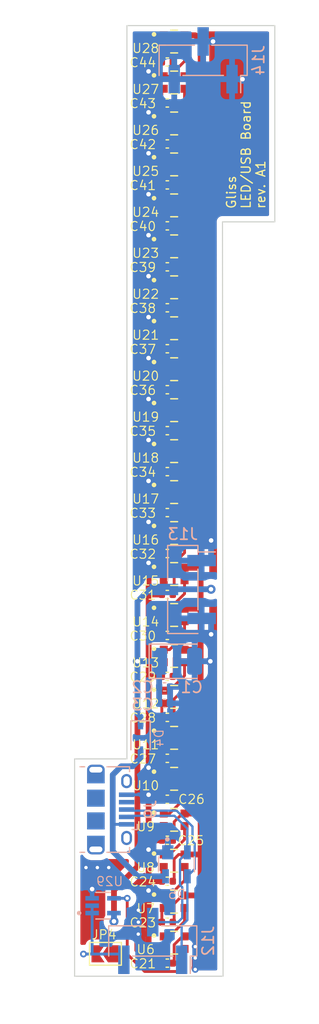
<source format=kicad_pcb>
(kicad_pcb (version 20221018) (generator pcbnew)
  (layers (0 "F.Cu" signal) (31 "B.Cu" signal) (34 "B.Paste" user) (35 "F.Paste" user) (36 "B.SilkS" user "B.Silkscreen") (37 "F.SilkS" user "F.Silkscreen") (38 "B.Mask" user) (39 "F.Mask" user) (44 "Edge.Cuts" user))
  (net 0 "")
  (net 1 "/5V_SUPPLY")
  (net 2 "GND")
  (net 3 "Net-(U6-Pad1)")
  (net 4 "/SPI_MOSI")
  (net 5 "/led_board/SO")
  (net 6 "/USB_D_P")
  (net 7 "Net-(U7-Pad1)")
  (net 8 "Net-(U8-Pad1)")
  (net 9 "Net-(U10-Pad3)")
  (net 10 "Net-(U10-Pad1)")
  (net 11 "Net-(U11-Pad1)")
  (net 12 "Net-(U12-Pad1)")
  (net 13 "Net-(U13-Pad1)")
  (net 14 "Net-(U14-Pad1)")
  (net 15 "Net-(U15-Pad1)")
  (net 16 "Net-(U16-Pad1)")
  (net 17 "Net-(U17-Pad1)")
  (net 18 "Net-(U18-Pad1)")
  (net 19 "Net-(U19-Pad1)")
  (net 20 "Net-(U20-Pad1)")
  (net 21 "Net-(U21-Pad1)")
  (net 22 "Net-(U22-Pad1)")
  (net 23 "Net-(U23-Pad1)")
  (net 24 "Net-(U24-Pad1)")
  (net 25 "Net-(U25-Pad1)")
  (net 26 "Net-(U26-Pad1)")
  (net 27 "Net-(U27-Pad1)")
  (net 28 "/USB_D_N")
  (net 32 "/led_board/VBUS")
  (footprint "Capacitor_SMD:C_0402_1005Metric" (layer "F.Cu") (at 145.1748 80.2314 180)
    (fp_text reference "C37")
    (fp_text value "100nF")
  )
  (footprint "Gliss:LED_WS2812-2020" (layer "F.Cu") (at 145.7748 64.0314)
    (fp_text reference "U25")
    (fp_text value "WS2812-2020")
  )
  (footprint "Capacitor_SMD:C_0402_1005Metric" (layer "F.Cu") (at 145.1748 123.4314 180)
    (fp_text reference "C25")
    (fp_text value "100nF")
  )
  (footprint "Capacitor_SMD:C_0402_1005Metric" (layer "F.Cu") (at 145.1748 83.8314 180)
    (fp_text reference "C36")
    (fp_text value "100nF")
  )
  (footprint "Gliss:LED_WS2812-2020" (layer "F.Cu") (at 145.7748 110.8314)
    (fp_text reference "U12")
    (fp_text value "WS2812-2020")
  )
  (footprint "Capacitor_SMD:C_0402_1005Metric" (layer "F.Cu") (at 145.1748 130.6314 180)
    (fp_text reference "C23")
    (fp_text value "100nF")
  )
  (footprint "Capacitor_SMD:C_0402_1005Metric" (layer "F.Cu") (at 145.1748 65.8314 180)
    (fp_text reference "C41")
    (fp_text value "100nF")
  )
  (footprint "Capacitor_SMD:C_0402_1005Metric" (layer "F.Cu") (at 145.1748 134.2314 180)
    (fp_text reference "C21")
    (fp_text value "100nF")
  )
  (footprint "Capacitor_SMD:C_0402_1005Metric" (layer "F.Cu") (at 145.1748 58.6314 180)
    (fp_text reference "C43")
    (fp_text value "100nF")
  )
  (footprint "Gliss:LED_WS2812-2020" (layer "F.Cu") (at 145.7748 121.6314)
    (fp_text reference "U9")
    (fp_text value "WS2812-2020")
  )
  (footprint "Capacitor_SMD:C_0402_1005Metric" (layer "F.Cu") (at 145.1748 73.0314 180)
    (fp_text reference "C39")
    (fp_text value "100nF")
  )
  (footprint "Gliss:LED_WS2812-2020" (layer "F.Cu") (at 145.7748 128.8314)
    (fp_text reference "U7")
    (fp_text value "WS2812-2020")
  )
  (footprint "Capacitor_SMD:C_0402_1005Metric" (layer "F.Cu") (at 145.1748 62.2314 180)
    (fp_text reference "C42")
    (fp_text value "100nF")
  )
  (footprint "Gliss:LED_WS2812-2020" (layer "F.Cu") (at 145.7748 107.2314)
    (fp_text reference "U13")
    (fp_text value "WS2812-2020")
  )
  (footprint "Gliss:LED_WS2812-2020" (layer "F.Cu") (at 145.7748 103.6314)
    (fp_text reference "U14")
    (fp_text value "WS2812-2020")
  )
  (footprint "Gliss:LED_WS2812-2020" (layer "F.Cu") (at 145.7748 96.4314)
    (fp_text reference "U16")
    (fp_text value "WS2812-2020")
  )
  (footprint "Gliss:LED_WS2812-2020" (layer "F.Cu") (at 145.7748 89.2314)
    (fp_text reference "U18")
    (fp_text value "WS2812-2020")
  )
  (footprint "Capacitor_SMD:C_0402_1005Metric" (layer "F.Cu") (at 145.1748 109.0314 180)
    (fp_text reference "C29")
    (fp_text value "100nF")
  )
  (footprint "Gliss:LED_WS2812-2020" (layer "F.Cu") (at 145.7748 71.2314)
    (fp_text reference "U23")
    (fp_text value "WS2812-2020")
  )
  (footprint "Capacitor_SMD:C_0402_1005Metric" (layer "F.Cu") (at 145.1748 105.4314 180)
    (fp_text reference "C30")
    (fp_text value "100nF")
  )
  (footprint "Gliss:LED_WS2812-2020" (layer "F.Cu") (at 145.7748 118.0314)
    (fp_text reference "U10")
    (fp_text value "WS2812-2020")
  )
  (footprint "Capacitor_SMD:C_0402_1005Metric" (layer "F.Cu") (at 145.1748 55.0314 180)
    (fp_text reference "C44")
    (fp_text value "100nF")
  )
  (footprint "Capacitor_SMD:C_0402_1005Metric" (layer "F.Cu") (at 145.1748 94.6314 180)
    (fp_text reference "C33")
    (fp_text value "100nF")
  )
  (footprint "Capacitor_SMD:C_0402_1005Metric" (layer "F.Cu") (at 145.1748 119.8314 180)
    (fp_text reference "C26")
    (fp_text value "100nF")
  )
  (footprint "Jumper:SolderJumper-2_P1.3mm_Open_TrianglePad1.0x1.5mm" (layer "F.Cu") (at 139.7348 133.4114 180)
    (fp_text reference "JP4")
    (fp_text value "SolderJumper_2_Bridged")
  )
  (footprint "Gliss:LED_WS2812-2020" (layer "F.Cu") (at 145.7748 78.4314)
    (fp_text reference "U21")
    (fp_text value "WS2812-2020")
  )
  (footprint "Capacitor_SMD:C_0402_1005Metric" (layer "F.Cu") (at 145.1748 101.8314 180)
    (fp_text reference "C31")
    (fp_text value "100nF")
  )
  (footprint "Gliss:LED_WS2812-2020" (layer "F.Cu") (at 145.7748 74.8314)
    (fp_text reference "U22")
    (fp_text value "WS2812-2020")
  )
  (footprint "Capacitor_SMD:C_0402_1005Metric" (layer "F.Cu") (at 145.1748 127.0314 180)
    (fp_text reference "C24")
    (fp_text value "100nF")
  )
  (footprint "Capacitor_SMD:C_0402_1005Metric" (layer "F.Cu") (at 145.1748 76.6314 180)
    (fp_text reference "C38")
    (fp_text value "100nF")
  )
  (footprint "Gliss:LED_WS2812-2020" (layer "F.Cu") (at 145.7748 114.4314)
    (fp_text reference "U11")
    (fp_text value "WS2812-2020")
  )
  (footprint "Gliss:LED_WS2812-2020" (layer "F.Cu") (at 145.7748 132.4314)
    (fp_text reference "U6")
    (fp_text value "WS2812-2020")
  )
  (footprint "Capacitor_SMD:C_0402_1005Metric" (layer "F.Cu") (at 145.1748 112.6314 180)
    (fp_text reference "C28")
    (fp_text value "100nF")
  )
  (footprint "Gliss:LED_WS2812-2020" (layer "F.Cu") (at 145.7748 53.2314)
    (fp_text reference "U28")
    (fp_text value "WS2812-2020")
  )
  (footprint "Capacitor_SMD:C_0402_1005Metric" (layer "F.Cu") (at 145.1748 116.2314 180)
    (fp_text reference "C27")
    (fp_text value "100nF")
  )
  (footprint "Capacitor_SMD:C_0402_1005Metric" (layer "F.Cu") (at 145.1748 91.0314 180)
    (fp_text reference "C34")
    (fp_text value "100nF")
  )
  (footprint "Gliss:LED_WS2812-2020" (layer "F.Cu") (at 145.7748 67.6314)
    (fp_text reference "U24")
    (fp_text value "WS2812-2020")
  )
  (footprint "Capacitor_SMD:C_0402_1005Metric" (layer "F.Cu") (at 145.1748 87.4314 180)
    (fp_text reference "C35")
    (fp_text value "100nF")
  )
  (footprint "Capacitor_SMD:C_0402_1005Metric" (layer "F.Cu") (at 145.1748 69.4314 180)
    (fp_text reference "C40")
    (fp_text value "100nF")
  )
  (footprint "Gliss:LED_WS2812-2020" (layer "F.Cu") (at 145.7748 60.4314)
    (fp_text reference "U26")
    (fp_text value "WS2812-2020")
  )
  (footprint "Gliss:LED_WS2812-2020" (layer "F.Cu") (at 145.7748 85.6314)
    (fp_text reference "U19")
    (fp_text value "WS2812-2020")
  )
  (footprint "Gliss:LED_WS2812-2020" (layer "F.Cu") (at 145.7748 56.8314)
    (fp_text reference "U27")
    (fp_text value "WS2812-2020")
  )
  (footprint "Gliss:LED_WS2812-2020" (layer "F.Cu") (at 145.7748 100.0314)
    (fp_text reference "U15")
    (fp_text value "WS2812-2020")
  )
  (footprint "Gliss:LED_WS2812-2020" (layer "F.Cu") (at 145.7748 92.8314)
    (fp_text reference "U17")
    (fp_text value "WS2812-2020")
  )
  (footprint "Gliss:LED_WS2812-2020" (layer "F.Cu") (at 145.7748 82.0314)
    (fp_text reference "U20")
    (fp_text value "WS2812-2020")
  )
  (footprint "Gliss:LED_WS2812-2020" (layer "F.Cu") (at 145.7748 125.2314)
    (fp_text reference "U8")
    (fp_text value "WS2812-2020")
  )
  (footprint "Capacitor_SMD:C_0402_1005Metric" (layer "F.Cu") (at 145.1748 98.2314 180)
    (fp_text reference "C32")
    (fp_text value "100nF")
  )
  (footprint "Connector_PinHeader_2.54mm:PinHeader_1x03_P2.54mm_Vertical_SMD_Pin1Left" (layer "B.Cu") (at 146.5348 101.3914 180)
    (fp_text reference "J13")
    (fp_text value "Conn_01x03")
  )
  (footprint "Capacitor_SMD:C_0402_1005Metric" (layer "B.Cu") (at 144.9375 109.95)
    (fp_text reference "C2")
    (fp_text value "100nF")
  )
  (footprint "Connector_PinHeader_2.54mm:PinHeader_1x03_P2.54mm_Vertical_SMD_Pin1Left" (layer "B.Cu") (at 143.8948 132.2814 90)
    (fp_text reference "J12")
    (fp_text value "Conn_01x03")
  )
  (footprint "Capacitor_Tantalum_SMD:CP_EIA-3528-15_AVX-H" (layer "B.Cu") (at 146.0375 107.7)
    (fp_text reference "C1")
    (fp_text value "220uF")
  )
  (footprint "SN74LV1T34DCKR:SOT65P210X110-5N" (layer "B.Cu") (at 139.5248 129.1814)
    (fp_text reference "U29")
    (fp_text value "SN74LV1T34DCKR")
  )
  (footprint "Capacitor_SMD:C_0402_1005Metric" (layer "B.Cu") (at 144.9375 111.4)
    (fp_text reference "C3")
    (fp_text value "10nF")
  )
  (footprint "Diode_SMD:D_SOD-323" (layer "B.Cu") (at 142.8248 114.4314 -90)
    (fp_text reference "D4")
    (fp_text value "BAT60J")
  )
  (footprint "Connector_USB:USB_Micro-B_Amphenol_10118194_Horizontal" (layer "B.Cu") (at 140.1948 120.7314 90)
    (fp_text reference "J9")
    (fp_text value "USB_B_Micro")
  )
  (footprint "TPD2E001DZDR:SOT192P237X122-4N" (layer "B.Cu") (at 145.97781 125.544376 -90)
    (fp_text reference "D5")
    (fp_text value "TPD2E001DZDR")
  )
  (footprint "Connector_PinHeader_2.54mm:PinHeader_1x03_P2.54mm_Vertical_SMD_Pin1Left" (layer "B.Cu") (at 148.3248 54.8814 90)
    (fp_text reference "J14")
    (fp_text value "Conn_01x03")
  )
  (gr_line (start 141.6248 116.2814) (end 137.0248 116.2814) (stroke (width 0.1)) (layer "Edge.Cuts"))
  (gr_line (start 141.6248 116.2814) (end 141.6248 51.8314) (stroke (width 0.1)) (layer "Edge.Cuts"))
  (gr_line (start 154.6248 51.8314) (end 154.6248 69.0814) (stroke (width 0.1)) (layer "Edge.Cuts"))
  (gr_line (start 150.0748 135.3814) (end 137.0248 135.3814) (stroke (width 0.1)) (layer "Edge.Cuts"))
  (gr_line (start 150.0248 69.0814) (end 154.6248 69.0814) (stroke (width 0.1)) (layer "Edge.Cuts"))
  (gr_line (start 137.0248 135.3814) (end 137.0248 116.2814) (stroke (width 0.1)) (layer "Edge.Cuts"))
  (gr_line (start 150.0248 69.0814) (end 150.0748 135.3814) (stroke (width 0.1)) (layer "Edge.Cuts"))
  (gr_line (start 154.6248 51.8314) (end 141.6248 51.8314) (stroke (width 0.1)) (layer "Edge.Cuts"))
  (gr_text "Gliss\nLED/USB Board\nrev. A1" (at 152.0958 68.0014 90) (layer "F.SilkS") (effects (font (size 0.8 0.8) (thickness 0.12)) (justify left)))
  (segment (start 146.6898 121.0814) (end 146.504798 121.0814) (width 0.25) (layer "F.Cu") (net 1))
  (segment (start 146.6898 67.0814) (end 146.504798 67.0814) (width 0.25) (layer "F.Cu") (net 1))
  (segment (start 146.504798 63.4814) (end 145.7748 64.211398) (width 0.25) (layer "F.Cu") (net 1))
  (segment (start 146.6898 128.2814) (end 146.504798 128.2814) (width 0.25) (layer "F.Cu") (net 1))
  (segment (start 146.504798 92.2814) (end 145.7748 93.011398) (width 0.25) (layer "F.Cu") (net 1))
  (segment (start 148.1028 56.1994) (end 148.1028 58.9934) (width 0.508) (layer "F.Cu") (net 1))
  (segment (start 145.7748 108.9114) (end 145.6548 109.0314) (width 0.25) (layer "F.Cu") (net 1))
  (segment (start 146.6898 121.0814) (end 148.0208 121.0814) (width 0.508) (layer "F.Cu") (net 1))
  (segment (start 146.504798 88.6814) (end 145.7748 89.411398) (width 0.25) (layer "F.Cu") (net 1))
  (segment (start 146.6898 56.2814) (end 146.504798 56.2814) (width 0.25) (layer "F.Cu") (net 1))
  (segment (start 145.7748 121.811398) (end 145.7748 123.3114) (width 0.25) (layer "F.Cu") (net 1))
  (segment (start 148.1028 112.8414) (end 148.1028 131.1294) (width 0.508) (layer "F.Cu") (net 1))
  (segment (start 146.6898 99.4814) (end 148.0208 99.4814) (width 0.508) (layer "F.Cu") (net 1))
  (segment (start 146.6898 106.6814) (end 148.0208 106.6814) (width 0.508) (layer "F.Cu") (net 1))
  (segment (start 145.7748 78.611398) (end 145.7748 80.1114) (width 0.25) (layer "F.Cu") (net 1))
  (segment (start 146.6898 110.2814) (end 146.504798 110.2814) (width 0.25) (layer "F.Cu") (net 1))
  (segment (start 146.504798 110.2814) (end 145.7748 111.011398) (width 0.25) (layer "F.Cu") (net 1))
  (segment (start 146.504798 103.0814) (end 145.7748 103.811398) (width 0.25) (layer "F.Cu") (net 1))
  (segment (start 149.0148 101.3714) (end 148.1408 101.3714) (width 0.508) (layer "F.Cu") (net 1))
  (segment (start 145.7748 107.411398) (end 145.7748 108.9114) (width 0.25) (layer "F.Cu") (net 1))
  (segment (start 146.6898 95.8814) (end 146.504798 95.8814) (width 0.25) (layer "F.Cu") (net 1))
  (segment (start 146.6898 81.4814) (end 146.504798 81.4814) (width 0.25) (layer "F.Cu") (net 1))
  (segment (start 145.7748 75.011398) (end 145.7748 76.5114) (width 0.25) (layer "F.Cu") (net 1))
  (segment (start 145.7748 65.7114) (end 145.6548 65.8314) (width 0.25) (layer "F.Cu") (net 1))
  (segment (start 146.6898 63.4814) (end 148.0208 63.4814) (width 0.508) (layer "F.Cu") (net 1))
  (segment (start 145.7748 111.011398) (end 145.7748 112.5114) (width 0.25) (layer "F.Cu") (net 1))
  (segment (start 148.0208 117.4814) (end 148.1028 117.3994) (width 0.508) (layer "F.Cu") (net 1))
  (segment (start 145.7748 125.411398) (end 145.7748 126.9114) (width 0.25) (layer "F.Cu") (net 1))
  (segment (start 146.6898 106.6814) (end 146.504798 106.6814) (width 0.25) (layer "F.Cu") (net 1))
  (segment (start 146.504798 85.0814) (end 145.7748 85.811398) (width 0.25) (layer "F.Cu") (net 1))
  (segment (start 147.6328 52.6814) (end 148.1028 53.1514) (width 0.508) (layer "F.Cu") (net 1))
  (segment (start 146.6898 52.6814) (end 147.6328 52.6814) (width 0.508) (layer "F.Cu") (net 1))
  (segment (start 148.0208 70.6814) (end 148.1028 70.5994) (width 0.508) (layer "F.Cu") (net 1))
  (segment (start 140.4848 130.5574) (end 140.4848 127.8214) (width 0.508) (layer "F.Cu") (net 1))
  (segment (start 145.7748 119.7114) (end 145.6548 119.8314) (width 0.25) (layer "F.Cu") (net 1))
  (segment (start 146.6898 77.8814) (end 146.504798 77.8814) (width 0.25) (layer "F.Cu") (net 1))
  (segment (start 147.3508 131.8814) (end 146.6898 131.8814) (width 0.508) (layer "F.Cu") (net 1))
  (segment (start 146.504798 99.4814) (end 145.7748 100.211398) (width 0.25) (layer "F.Cu") (net 1))
  (segment (start 148.1408 101.3714) (end 148.1028 101.4094) (width 0.508) (layer "F.Cu") (net 1))
  (segment (start 148.1028 58.9934) (end 148.1028 88.7034) (width 0.508) (layer "F.Cu") (net 1))
  (segment (start 148.1028 106.3784) (end 148.1028 112.8414) (width 0.508) (layer "F.Cu") (net 1))
  (segment (start 148.0208 106.6814) (end 148.1028 106.5994) (width 0.508) (layer "F.Cu") (net 1))
  (segment (start 145.7748 82.211398) (end 145.7748 83.7114) (width 0.25) (layer "F.Cu") (net 1))
  (segment (start 145.7748 67.811398) (end 145.7748 69.3114) (width 0.25) (layer "F.Cu") (net 1))
  (segment (start 146.6898 113.8814) (end 148.0208 113.8814) (width 0.508) (layer "F.Cu") (net 1))
  (segment (start 145.7748 69.3114) (end 145.6548 69.4314) (width 0.25) (layer "F.Cu") (net 1))
  (segment (start 148.0208 92.2814) (end 148.1028 92.1994) (width 0.508) (layer "F.Cu") (net 1))
  (segment (start 146.6898 59.8814) (end 148.0208 59.8814) (width 0.508) (layer "F.Cu") (net 1))
  (segment (start 145.7748 62.1114) (end 145.6548 62.2314) (width 0.25) (layer "F.Cu") (net 1))
  (segment (start 146.6898 77.8814) (end 148.0208 77.8814) (width 0.508) (layer "F.Cu") (net 1))
  (segment (start 145.7748 58.5114) (end 145.6548 58.6314) (width 0.25) (layer "F.Cu") (net 1))
  (segment (start 145.7748 54.9114) (end 145.6548 55.0314) (width 0.25) (layer "F.Cu") (net 1))
  (segment (start 145.7748 103.811398) (end 145.7748 105.3114) (width 0.25) (layer "F.Cu") (net 1))
  (segment (start 145.7748 98.1114) (end 145.6548 98.2314) (width 0.25) (layer "F.Cu") (net 1))
  (segment (start 146.6898 67.0814) (end 148.0208 67.0814) (width 0.508) (layer "F.Cu") (net 1))
  (segment (start 145.7748 94.5114) (end 145.6548 94.6314) (width 0.25) (layer "F.Cu") (net 1))
  (segment (start 145.7748 126.9114) (end 145.6548 127.0314) (width 0.25) (layer "F.Cu") (net 1))
  (segment (start 145.7748 132.611398) (end 145.7748 134.1114) (width 0.25) (layer "F.Cu") (net 1))
  (segment (start 146.6898 85.0814) (end 146.504798 85.0814) (width 0.25) (layer "F.Cu") (net 1))
  (segment (start 146.6898 92.2814) (end 148.0208 92.2814) (width 0.508) (layer "F.Cu") (net 1))
  (segment (start 145.7748 53.411398) (end 145.7748 54.9114) (width 0.25) (layer "F.Cu") (net 1))
  (segment (start 146.6898 117.4814) (end 146.504798 117.4814) (width 0.25) (layer "F.Cu") (net 1))
  (segment (start 146.6898 85.0814) (end 148.0208 85.0814) (width 0.508) (layer "F.Cu") (net 1))
  (segment (start 142.55 107.7) (end 142.55 125.7562) (width 0.508) (layer "F.Cu") (net 1))
  (segment (start 145.7748 100.211398) (end 145.7748 101.7114) (width 0.25) (layer "F.Cu") (net 1))
  (segment (start 145.7748 112.5114) (end 145.6548 112.6314) (width 0.25) (layer "F.Cu") (net 1))
  (segment (start 146.504798 95.8814) (end 145.7748 96.611398) (width 0.25) (layer "F.Cu") (net 1))
  (segment (start 146.6898 124.6814) (end 146.1748 124.6814) (width 0.25) (layer "F.Cu") (net 1))
  (segment (start 142.55 125.7562) (end 140.4848 127.8214) (width 0.508) (layer "F.Cu") (net 1))
  (segment (start 145.7748 101.7114) (end 145.6548 101.8314) (width 0.25) (layer "F.Cu") (net 1))
  (segment (start 145.7748 96.611398) (end 145.7748 98.1114) (width 0.25) (layer "F.Cu") (net 1))
  (segment (start 145.7748 87.3114) (end 145.6548 87.4314) (width 0.25) (layer "F.Cu") (net 1))
  (segment (start 148.0208 67.0814) (end 148.1028 66.9994) (width 0.508) (layer "F.Cu") (net 1))
  (segment (start 146.6898 103.0814) (end 148.0208 103.0814) (width 0.508) (layer "F.Cu") (net 1))
  (segment (start 148.0208 121.0814) (end 148.1028 120.9994) (width 0.508) (layer "F.Cu") (net 1))
  (segment (start 146.6898 88.6814) (end 146.504798 88.6814) (width 0.25) (layer "F.Cu") (net 1))
  (segment (start 146.504798 117.4814) (end 145.7748 118.211398) (width 0.25) (layer "F.Cu") (net 1))
  (segment (start 146.504798 56.2814) (end 145.7748 57.011398) (width 0.25) (layer "F.Cu") (net 1))
  (segment (start 146.6898 74.2814) (end 146.504798 74.2814) (width 0.25) (layer "F.Cu") (net 1))
  (segment (start 148.1028 53.1514) (end 148.1028 56.1994) (width 0.508) (layer "F.Cu") (net 1))
  (segment (start 146.6898 131.8814) (end 146.504798 131.8814) (width 0.25) (layer "F.Cu") (net 1))
  (segment (start 146.6898 124.6814) (end 148.0208 124.6814) (width 0.508) (layer "F.Cu") (net 1))
  (segment (start 148.1028 131.1294) (end 147.3508 131.8814) (width 0.508) (layer "F.Cu") (net 1))
  (segment (start 146.6898 88.6814) (end 148.0808 88.6814) (width 0.508) (layer "F.Cu") (net 1))
  (segment (start 146.6898 92.2814) (end 146.504798 92.2814) (width 0.25) (layer "F.Cu") (net 1))
  (segment (start 146.504798 70.6814) (end 145.7748 71.411398) (width 0.25) (layer "F.Cu") (net 1))
  (segment (start 145.7748 90.9114) (end 145.6548 91.0314) (width 0.25) (layer "F.Cu") (net 1))
  (segment (start 145.7748 116.1114) (end 145.6548 116.2314) (width 0.25) (layer "F.Cu") (net 1))
  (segment (start 145.7748 134.1114) (end 145.6548 134.2314) (width 0.25) (layer "F.Cu") (net 1))
  (segment (start 145.7748 57.011398) (end 145.7748 58.5114) (width 0.25) (layer "F.Cu") (net 1))
  (segment (start 148.0208 63.4814) (end 148.1028 63.3994) (width 0.508) (layer "F.Cu") (net 1))
  (segment (start 145.7748 129.011398) (end 145.7748 130.5114) (width 0.25) (layer "F.Cu") (net 1))
  (segment (start 145.7748 105.3114) (end 145.6548 105.4314) (width 0.25) (layer "F.Cu") (net 1))
  (segment (start 146.6898 74.2814) (end 148.0208 74.2814) (width 0.508) (layer "F.Cu") (net 1))
  (segment (start 146.6898 70.6814) (end 146.504798 70.6814) (width 0.25) (layer "F.Cu") (net 1))
  (segment (start 146.504798 106.6814) (end 145.7748 107.411398) (width 0.25) (layer "F.Cu") (net 1))
  (segment (start 145.7748 83.7114) (end 145.6548 83.8314) (width 0.25) (layer "F.Cu") (net 1))
  (segment (start 146.6898 117.4814) (end 148.0208 117.4814) (width 0.508) (layer "F.Cu") (net 1))
  (segment (start 146.504798 67.0814) (end 145.7748 67.811398) (width 0.25) (layer "F.Cu") (net 1))
  (segment (start 146.6898 95.8814) (end 148.0208 95.8814) (width 0.508) (layer "F.Cu") (net 1))
  (segment (start 145.7748 80.1114) (end 145.6548 80.2314) (width 0.25) (layer "F.Cu") (net 1))
  (segment (start 146.6898 110.2814) (end 148.0208 110.2814) (width 0.508) (layer "F.Cu") (net 1))
  (segment (start 146.6898 103.0814) (end 146.504798 103.0814) (width 0.25) (layer "F.Cu") (net 1))
  (segment (start 146.504798 131.8814) (end 145.7748 132.611398) (width 0.25) (layer "F.Cu") (net 1))
  (segment (start 148.0208 103.0814) (end 148.1028 102.9994) (width 0.508) (layer "F.Cu") (net 1))
  (segment (start 146.6898 56.2814) (end 148.0208 56.2814) (width 0.508) (layer "F.Cu") (net 1))
  (segment (start 146.504798 77.8814) (end 145.7748 78.611398) (width 0.25) (layer "F.Cu") (net 1))
  (segment (start 145.7748 76.5114) (end 145.6548 76.6314) (width 0.25) (layer "F.Cu") (net 1))
  (segment (start 145.7748 125.411398) (end 145.7748 125.0814) (width 0.25) (layer "F.Cu") (net 1))
  (segment (start 145.7748 60.611398) (end 145.7748 62.1114) (width 0.25) (layer "F.Cu") (net 1))
  (segment (start 145.7748 89.411398) (end 145.7748 90.9114) (width 0.25) (layer "F.Cu") (net 1))
  (segment (start 146.504798 81.4814) (end 145.7748 82.211398) (width 0.25) (layer "F.Cu") (net 1))
  (segment (start 145.7748 64.211398) (end 145.7748 65.7114) (width 0.25) (layer "F.Cu") (net 1))
  (segment (start 148.0208 56.2814) (end 148.1028 56.1994) (width 0.508) (layer "F.Cu") (net 1))
  (segment (start 148.1028 101.4094) (end 148.1028 106.3784) (width 0.508) (layer "F.Cu") (net 1))
  (segment (start 146.6898 63.4814) (end 146.504798 63.4814) (width 0.25) (layer "F.Cu") (net 1))
  (segment (start 146.504798 74.2814) (end 145.7748 75.011398) (width 0.25) (layer "F.Cu") (net 1))
  (segment (start 145.7748 130.5114) (end 145.6548 130.6314) (width 0.25) (layer "F.Cu") (net 1))
  (segment (start 146.6898 99.4814) (end 146.504798 99.4814) (width 0.25) (layer "F.Cu") (net 1))
  (segment (start 146.6898 113.8814) (end 146.504798 113.8814) (width 0.25) (layer "F.Cu") (net 1))
  (segment (start 146.6898 52.6814) (end 146.504798 52.6814) (width 0.25) (layer "F.Cu") (net 1))
  (segment (start 145.7748 71.411398) (end 145.7748 72.9114) (width 0.25) (layer "F.Cu") (net 1))
  (segment (start 148.0808 88.6814) (end 148.1028 88.7034) (width 0.508) (layer "F.Cu") (net 1))
  (segment (start 146.504798 128.2814) (end 145.7748 129.011398) (width 0.25) (layer "F.Cu") (net 1))
  (segment (start 146.1748 124.6814) (end 145.7748 125.0814) (width 0.25) (layer "F.Cu") (net 1))
  (segment (start 146.6898 128.2814) (end 148.0208 128.2814) (width 0.508) (layer "F.Cu") (net 1))
  (segment (start 148.1028 88.7034) (end 148.1028 101.4094) (width 0.508) (layer "F.Cu") (net 1))
  (segment (start 145.7748 85.811398) (end 145.7748 87.3114) (width 0.25) (layer "F.Cu") (net 1))
  (segment (start 145.7748 123.3114) (end 145.6548 123.4314) (width 0.25) (layer "F.Cu") (net 1))
  (segment (start 146.6898 81.4814) (end 148.0208 81.4814) (width 0.508) (layer "F.Cu") (net 1))
  (segment (start 145.7748 72.9114) (end 145.6548 73.0314) (width 0.25) (layer "F.Cu") (net 1))
  (segment (start 145.7748 118.211398) (end 145.7748 119.7114) (width 0.25) (layer "F.Cu") (net 1))
  (segment (start 148.0208 59.8814) (end 148.1028 59.7994) (width 0.508) (layer "F.Cu") (net 1))
  (segment (start 148.0208 113.8814) (end 148.1028 113.7994) (width 0.508) (layer "F.Cu") (net 1))
  (segment (start 146.504798 113.8814) (end 145.7748 114.611398) (width 0.25) (layer "F.Cu") (net 1))
  (segment (start 145.7748 93.011398) (end 145.7748 94.5114) (width 0.25) (layer "F.Cu") (net 1))
  (segment (start 146.6898 70.6814) (end 148.0208 70.6814) (width 0.508) (layer "F.Cu") (net 1))
  (segment (start 146.6898 59.8814) (end 146.504798 59.8814) (width 0.25) (layer "F.Cu") (net 1))
  (segment (start 146.504798 59.8814) (end 145.7748 60.611398) (width 0.25) (layer "F.Cu") (net 1))
  (segment (start 146.504798 52.6814) (end 145.7748 53.411398) (width 0.25) (layer "F.Cu") (net 1))
  (segment (start 145.7748 114.611398) (end 145.7748 116.1114) (width 0.25) (layer "F.Cu") (net 1))
  (segment (start 146.504798 121.0814) (end 145.7748 121.811398) (width 0.25) (layer "F.Cu") (net 1))
  (via (at 142.55 107.7) (size 0.8) (drill 0.4) (layers "F.Cu" "B.Cu") (net 1))
  (via (at 149.0148 101.3714) (size 0.8) (drill 0.4) (layers "F.Cu" "B.Cu") (net 1))
  (via (at 140.4848 130.5574) (size 0.8) (drill 0.4) (layers "F.Cu" "B.Cu") (net 1))
  (segment (start 144.4575 109.95) (end 144.4575 107.7425) (width 0.508) (layer "B.Cu") (net 1))
  (segment (start 142.55 107.7) (end 142.55 112.3004) (width 0.508) (layer "B.Cu") (net 1))
  (segment (start 144.8798 101.3914) (end 143.6086 101.3914) (width 0.508) (layer "B.Cu") (net 1))
  (segment (start 144.4575 111.4) (end 144.4575 109.95) (width 0.508) (layer "B.Cu") (net 1))
  (segment (start 144.8998 101.3714) (end 144.8798 101.3914) (width 0.508) (layer "B.Cu") (net 1))
  (segment (start 149.0148 101.3714) (end 144.8998 101.3714) (width 0.508) (layer "B.Cu") (net 1))
  (segment (start 142.55 102.45) (end 142.55 107.7) (width 0.508) (layer "B.Cu") (net 1))
  (segment (start 144.5 107.7) (end 142.8375 107.7) (width 0.508) (layer "B.Cu") (net 1))
  (segment (start 142.55 112.3004) (end 142.8248 112.5752) (width 0.508) (layer "B.Cu") (net 1))
  (segment (start 144.4575 107.7425) (end 144.5 107.7) (width 0.508) (layer "B.Cu") (net 1))
  (segment (start 143.6086 101.3914) (end 142.55 102.45) (width 0.508) (layer "B.Cu") (net 1))
  (segment (start 140.4848 130.5574) (end 140.4848 130.0464) (width 0.508) (layer "B.Cu") (net 1))
  (segment (start 142.8248 112.5752) (end 142.8248 113.3814) (width 0.508) (layer "B.Cu") (net 1))
  (segment (start 144.6948 91.0314) (end 144.6948 89.9464) (width 0.25) (layer "F.Cu") (net 2))
  (segment (start 143.5138 129.5828) (end 143.5308 129.5658) (width 0.508) (layer "F.Cu") (net 2))
  (segment (start 144.6948 87.4314) (end 144.6948 86.3464) (width 0.25) (layer "F.Cu") (net 2))
  (segment (start 144.6948 58.6314) (end 143.6388 58.6314) (width 0.508) (layer "F.Cu") (net 2))
  (segment (start 144.6948 83.8314) (end 143.6388 83.8314) (width 0.508) (layer "F.Cu") (net 2))
  (segment (start 144.6948 109.0314) (end 144.6948 107.9464) (width 0.25) (layer "F.Cu") (net 2))
  (segment (start 144.6948 97.1464) (end 144.8598 96.9814) (width 0.25) (layer "F.Cu") (net 2))
  (segment (start 144.6948 87.4314) (end 143.6388 87.4314) (width 0.508) (layer "F.Cu") (net 2))
  (segment (start 144.6948 116.2314) (end 143.6388 116.2314) (width 0.508) (layer "F.Cu") (net 2))
  (segment (start 144.6948 65.8314) (end 144.6948 64.7464) (width 0.25) (layer "F.Cu") (net 2))
  (segment (start 144.6948 112.6314) (end 144.6948 111.5464) (width 0.25) (layer "F.Cu") (net 2))
  (segment (start 143.5308 89.4734) (end 143.5308 101.9874) (width 0.508) (layer "F.Cu") (net 2))
  (segment (start 144.6948 123.4314) (end 144.6948 122.3464) (width 0.25) (layer "F.Cu") (net 2))
  (segment (start 144.6948 62.2314) (end 144.6948 61.1464) (width 0.25) (layer "F.Cu") (net 2))
  (segment (start 144.6948 71.9464) (end 144.8598 71.7814) (width 0.25) (layer "F.Cu") (net 2))
  (segment (start 144.6948 116.2314) (end 144.6948 115.1464) (width 0.25) (layer "F.Cu") (net 2))
  (segment (start 144.6948 91.0314) (end 143.6388 91.0314) (width 0.508) (layer "F.Cu") (net 2))
  (segment (start 144.6948 58.6314) (end 144.6948 57.5464) (width 0.25) (layer "F.Cu") (net 2))
  (segment (start 144.6948 129.5464) (end 144.8598 129.3814) (width 0.25) (layer "F.Cu") (net 2))
  (segment (start 144.6948 94.6314) (end 143.6388 94.6314) (width 0.508) (layer "F.Cu") (net 2))
  (segment (start 144.6948 130.6314) (end 144.6948 129.5464) (width 0.25) (layer "F.Cu") (net 2))
  (segment (start 143.5308 133.4154) (end 143.5308 133.5234) (width 0.508) (layer "F.Cu") (net 2))
  (segment (start 144.6948 133.1464) (end 144.8598 132.9814) (width 0.25) (layer "F.Cu") (net 2))
  (segment (start 143.5308 132.069602) (end 143.5308 133.4154) (width 0.508) (layer "F.Cu") (net 2))
  (segment (start 144.6948 112.6314) (end 143.6388 112.6314) (width 0.508) (layer "F.Cu") (net 2))
  (segment (start 143.6388 123.4314) (end 143.5308 123.5394) (width 0.508) (layer "F.Cu") (net 2))
  (segment (start 143.6388 87.4314) (end 143.5308 87.5394) (width 0.508) (layer "F.Cu") (net 2))
  (segment (start 144.6948 115.1464) (end 144.8598 114.9814) (width 0.25) (layer "F.Cu") (net 2))
  (segment (start 143.5248 131.6814) (end 143.5308 131.6754) (width 0.508) (layer "F.Cu") (net 2))
  (segment (start 144.6948 57.5464) (end 144.8598 57.3814) (width 0.25) (layer "F.Cu") (net 2))
  (segment (start 144.6948 80.2314) (end 144.6948 79.1464) (width 0.25) (layer "F.Cu") (net 2))
  (segment (start 144.6948 68.3464) (end 144.8598 68.1814) (width 0.25) (layer "F.Cu") (net 2))
  (segment (start 144.6948 98.2314) (end 144.6948 97.1464) (width 0.25) (layer "F.Cu") (net 2))
  (segment (start 144.6948 94.6314) (end 144.6948 93.5464) (width 0.25) (layer "F.Cu") (net 2))
  (segment (start 143.6868 101.8314) (end 143.5308 101.9874) (width 0.508) (layer "F.Cu") (net 2))
  (segment (start 144.6948 61.1464) (end 144.8598 60.9814) (width 0.25) (layer "F.Cu") (net 2))
  (segment (start 144.6948 69.4314) (end 144.6948 68.3464) (width 0.25) (layer "F.Cu") (net 2))
  (segment (start 143.6388 119.8314) (end 143.5308 119.9394) (width 0.508) (layer "F.Cu") (net 2))
  (segment (start 144.6948 53.9464) (end 144.8598 53.7814) (width 0.25) (layer "F.Cu") (net 2))
  (segment (start 144.6948 101.8314) (end 144.6948 100.7464) (width 0.25) (layer "F.Cu") (net 2))
  (segment (start 144.6948 82.7464) (end 144.8598 82.5814) (width 0.25) (layer "F.Cu") (net 2))
  (segment (start 143.6388 73.0314) (end 143.5308 73.1394) (width 0.508) (layer "F.Cu") (net 2))
  (segment (start 144.6948 105.4314) (end 143.6388 105.4314) (width 0.508) (layer "F.Cu") (net 2))
  (segment (start 144.6948 105.4314) (end 144.6948 104.3464) (width 0.25) (layer "F.Cu") (net 2))
  (segment (start 144.6948 100.7464) (end 144.8598 100.5814) (width 0.25) (layer "F.Cu") (net 2))
  (segment (start 143.5308 129.5658) (end 143.5308 131.6754) (width 0.508) (layer "F.Cu") (net 2))
  (segment (start 143.5308 59.4554) (end 143.5308 76.7734) (width 0.508) (layer "F.Cu") (net 2))
  (segment (start 144.6948 62.2314) (end 143.6388 62.2314) (width 0.508) (layer "F.Cu") (net 2))
  (segment (start 144.6948 109.0314) (end 143.6388 109.0314) (width 0.508) (layer "F.Cu") (net 2))
  (segment (start 143.6388 127.0314) (end 143.5308 127.1394) (width 0.508) (layer "F.Cu") (net 2))
  (segment (start 143.5308 58.7394) (end 143.5308 59.4554) (width 0.508) (layer "F.Cu") (net 2))
  (segment (start 144.6948 98.2314) (end 143.6388 98.2314) (width 0.508) (layer "F.Cu") (net 2))
  (segment (start 144.6948 122.3464) (end 144.8598 122.1814) (width 0.25) (layer "F.Cu") (net 2))
  (segment (start 144.6898 130.6264) (end 144.6948 130.6314) (width 0.508) (layer "F.Cu") (net 2))
  (segment (start 143.5308 76.7734) (end 143.5308 89.4734) (width 0.508) (layer "F.Cu") (net 2))
  (segment (start 144.6948 73.0314) (end 144.6948 71.9464) (width 0.25) (layer "F.Cu") (net 2))
  (segment (start 143.6388 83.8314) (end 143.5308 83.9394) (width 0.508) (layer "F.Cu") (net 2))
  (segment (start 143.5308 55.6914) (end 143.5308 58.7394) (width 0.508) (layer "F.Cu") (net 2))
  (segment (start 143.5308 101.9874) (end 143.5308 129.5658) (width 0.508) (layer "F.Cu") (net 2))
  (segment (start 144.6948 75.5464) (end 144.8598 75.3814) (width 0.25) (layer "F.Cu") (net 2))
  (segment (start 144.6948 93.5464) (end 144.8598 93.3814) (width 0.25) (layer "F.Cu") (net 2))
  (segment (start 142.6296 130.6264) (end 144.6898 130.6264) (width 0.508) (layer "F.Cu") (net 2))
  (segment (start 143.5308 133.5234) (end 144.2388 134.2314) (width 0.508) (layer "F.Cu") (net 2))
  (segment (start 144.6948 55.0314) (end 144.6948 53.9464) (width 0.25) (layer "F.Cu") (net 2))
  (segment (start 144.6948 55.0314) (end 144.1908 55.0314) (width 0.508) (layer "F.Cu") (net 2))
  (segment (start 142.6296 129.5828) (end 143.5138 129.5828) (width 0.508) (layer "F.Cu") (net 2))
  (segment (start 144.6948 125.9464) (end 144.8598 125.7814) (width 0.25) (layer "F.Cu") (net 2))
  (segment (start 144.6948 134.2314) (end 144.6948 133.1464) (width 0.25) (layer "F.Cu") (net 2))
  (segment (start 144.6948 127.0314) (end 143.6388 127.0314) (width 0.508) (layer "F.Cu") (net 2))
  (segment (start 143.6388 58.6314) (end 143.5308 58.7394) (width 0.508) (layer "F.Cu") (net 2))
  (segment (start 144.6948 123.4314) (end 143.6388 123.4314) (width 0.508) (layer "F.Cu") (net 2))
  (segment (start 143.6388 76.6314) (end 143.5308 76.7394) (width 0.508) (layer "F.Cu") (net 2))
  (segment (start 144.6948 127.0314) (end 144.6948 125.9464) (width 0.25) (layer "F.Cu") (net 2))
  (segment (start 143.6388 69.4314) (end 143.5308 69.5394) (width 0.508) (layer "F.Cu") (net 2))
  (segment (start 143.5308 131.6754) (end 143.5308 132.069602) (width 0.508) (layer "F.Cu") (net 2))
  (segment (start 142.6216 131.6814) (end 143.5248 131.6814) (width 0.508) (layer "F.Cu") (net 2))
  (segment (start 144.6948 107.9464) (end 144.8598 107.7814) (width 0.25) (layer "F.Cu") (net 2))
  (segment (start 144.6948 83.8314) (end 144.6948 82.7464) (width 0.25) (layer "F.Cu") (net 2))
  (segment (start 144.6948 101.8314) (end 143.6868 101.8314) (width 0.508) (layer "F.Cu") (net 2))
  (segment (start 144.6948 104.3464) (end 144.8598 104.1814) (width 0.25) (layer "F.Cu") (net 2))
  (segment (start 144.6948 111.5464) (end 144.8598 111.3814) (width 0.25) (layer "F.Cu") (net 2))
  (segment (start 144.6948 119.8314) (end 144.6948 118.7464) (width 0.25) (layer "F.Cu") (net 2))
  (segment (start 144.6948 79.1464) (end 144.8598 78.9814) (width 0.25) (layer "F.Cu") (net 2))
  (segment (start 144.6948 89.9464) (end 144.8598 89.7814) (width 0.25) (layer "F.Cu") (net 2))
  (segment (start 144.1908 55.0314) (end 143.5308 55.6914) (width 0.508) (layer "F.Cu") (net 2))
  (segment (start 144.6948 73.0314) (end 143.6388 73.0314) (width 0.508) (layer "F.Cu") (net 2))
  (segment (start 144.6948 76.6314) (end 144.6948 75.5464) (width 0.25) (layer "F.Cu") (net 2))
  (segment (start 143.6388 116.2314) (end 143.5308 116.3394) (width 0.508) (layer "F.Cu") (net 2))
  (segment (start 144.6948 65.8314) (end 143.6388 65.8314) (width 0.508) (layer "F.Cu") (net 2))
  (segment (start 144.6948 80.2314) (end 143.6388 80.2314) (width 0.508) (layer "F.Cu") (net 2))
  (segment (start 144.6948 134.2314) (end 144.2388 134.2314) (width 0.508) (layer "F.Cu") (net 2))
  (segment (start 144.6948 64.7464) (end 144.8598 64.5814) (width 0.25) (layer "F.Cu") (net 2))
  (segment (start 144.6948 118.7464) (end 144.8598 118.5814) (width 0.25) (layer "F.Cu") (net 2))
  (segment (start 144.6948 76.6314) (end 143.6388 76.6314) (width 0.508) (layer "F.Cu") (net 2))
  (segment (start 144.6948 119.8314) (end 143.6388 119.8314) (width 0.508) (layer "F.Cu") (net 2))
  (segment (start 144.6948 69.4314) (end 143.6388 69.4314) (width 0.508) (layer "F.Cu") (net 2))
  (segment (start 144.6948 86.3464) (end 144.8598 86.1814) (width 0.25) (layer "F.Cu") (net 2))
  (via (at 140.0248 125.8314) (size 0.6) (drill 0.3) (layers "F.Cu" "B.Cu") (net 2))
  (via (at 147.6296 134.7814) (size 0.6) (drill 0.3) (layers "F.Cu" "B.Cu") (net 2))
  (via (at 138.5648 127.7214) (size 0.8) (drill 0.4) (layers "F.Cu" "B.Cu") (net 2))
  (via (at 149.0248 97.0814) (size 0.8) (drill 0.4) (layers "F.Cu" "B.Cu") (net 2))
  (via (at 149.1952 53.23) (size 0.8) (drill 0.4) (layers "F.Cu" "B.Cu") (net 2))
  (via (at 143.5298 119.4314) (size 0.8) (drill 0.4) (layers "F.Cu" "B.Cu") (net 2))
  (via (at 143.5248 63.0514) (size 0.8) (drill 0.4) (layers "F.Cu" "B.Cu") (net 2))
  (via (at 143.5248 66.6514) (size 0.8) (drill 0.4) (layers "F.Cu" "B.Cu") (net 2))
  (via (at 139.0248 125.8314) (size 0.6) (drill 0.3) (layers "F.Cu" "B.Cu") (net 2))
  (via (at 143.5248 127.8514) (size 0.8) (drill 0.4) (layers "F.Cu" "B.Cu") (net 2))
  (via (at 138.0248 125.8314) (size 0.6) (drill 0.3) (layers "F.Cu" "B.Cu") (net 2))
  (via (at 142.6216 131.6814) (size 0.6) (drill 0.3) (layers "F.Cu" "B.Cu") (net 2))
  (via (at 143.5248 88.2514) (size 0.8) (drill 0.4) (layers "F.Cu" "B.Cu") (net 2))
  (via (at 143.5248 124.2514) (size 0.8) (drill 0.4) (layers "F.Cu" "B.Cu") (net 2))
  (via (at 151.786 56.5402) (size 0.8) (drill 0.4) (layers "F.Cu" "B.Cu") (net 2))
  (via (at 143.5248 91.8514) (size 0.8) (drill 0.4) (layers "F.Cu" "B.Cu") (net 2))
  (via (at 148.9575 107.7) (size 0.8) (drill 0.4) (layers "F.Cu" "B.Cu") (net 2))
  (via (at 143.5248 99.0514) (size 0.8) (drill 0.4) (layers "F.Cu" "B.Cu") (net 2))
  (via (at 147.6296 133.7814) (size 0.6) (drill 0.3) (layers "F.Cu" "B.Cu") (net 2))
  (via (at 143.5248 95.4514) (size 0.8) (drill 0.4) (layers "F.Cu" "B.Cu") (net 2))
  (via (at 143.5248 59.4514) (size 0.8) (drill 0.4) (layers "F.Cu" "B.Cu") (net 2))
  (via (at 143.5248 117.0514) (size 0.8) (drill 0.4) (layers "F.Cu" "B.Cu") (net 2))
  (via (at 143.5248 81.0514) (size 0.8) (drill 0.4) (layers "F.Cu" "B.Cu") (net 2))
  (via (at 143.5248 73.8514) (size 0.8) (drill 0.4) (layers "F.Cu" "B.Cu") (net 2))
  (via (at 143.5248 70.2514) (size 0.8) (drill 0.4) (layers "F.Cu" "B.Cu") (net 2))
  (via (at 143.5248 84.6514) (size 0.8) (drill 0.4) (layers "F.Cu" "B.Cu") (net 2))
  (via (at 143.5248 55.8514) (size 0.8) (drill 0.4) (layers "F.Cu" "B.Cu") (net 2))
  (via (at 142.6296 129.5814) (size 0.6) (drill 0.3) (layers "F.Cu" "B.Cu") (net 2))
  (via (at 143.5248 77.4514) (size 0.8) (drill 0.4) (layers "F.Cu" "B.Cu") (net 2))
  (via (at 142.6296 130.6264) (size 0.6) (drill 0.3) (layers "F.Cu" "B.Cu") (net 2))
  (via (at 149.0248 105.3314) (size 0.8) (drill 0.4) (layers "F.Cu" "B.Cu") (net 2))
  (via (at 147.6296 132.7814) (size 0.6) (drill 0.3) (layers "F.Cu" "B.Cu") (net 2))
  (segment (start 149.1952 53.23) (end 148.3284 53.23) (width 0.508) (layer "B.Cu") (net 2))
  (segment (start 143.5248 127.8514) (end 142.3798 127.8514) (width 0.508) (layer "B.Cu") (net 2))
  (segment (start 147.575 107.7) (end 148.9575 107.7) (width 0.508) (layer "B.Cu") (net 2))
  (segment (start 148.1898 103.9314) (end 148.7748 103.9314) (width 0.508) (layer "B.Cu") (net 2))
  (segment (start 138.5648 127.7214) (end 138.8848 127.4014) (width 0.508) (layer "B.Cu") (net 2))
  (segment (start 147.6296 132.7814) (end 147.6296 134.7814) (width 0.508) (layer "B.Cu") (net 2))
  (segment (start 149.0248 104.1814) (end 149.0248 105.3314) (width 0.508) (layer "B.Cu") (net 2))
  (segment (start 141.5948 119.4314) (end 143.5298 119.4314) (width 0.25) (layer "B.Cu") (net 2))
  (segment (start 148.1898 98.8514) (end 148.8148 98.8514) (width 0.508) (layer "B.Cu") (net 2))
  (segment (start 138.5648 128.5314) (end 138.5648 127.7214) (width 0.25) (layer "B.Cu") (net 2))
  (segment (start 149.0248 98.6414) (end 149.0248 97.0814) (width 0.508) (layer "B.Cu") (net 2))
  (segment (start 150.8648 56.5364) (end 145.7848 56.5364) (width 0.508) (layer "B.Cu") (net 2))
  (segment (start 148.7748 103.9314) (end 149.0248 104.1814) (width 0.508) (layer "B.Cu") (net 2))
  (segment (start 138.8848 127.4014) (end 141.9298 127.4014) (width 0.508) (layer "B.Cu") (net 2))
  (segment (start 142.3798 127.8514) (end 141.9298 127.4014) (width 0.508) (layer "B.Cu") (net 2))
  (segment (start 145.4175 111.4) (end 145.4175 109.95) (width 0.508) (layer "B.Cu") (net 2))
  (segment (start 151.786 56.5402) (end 150.8686 56.5402) (width 0.508) (layer "B.Cu") (net 2))
  (segment (start 148.8148 98.8514) (end 149.0248 98.6414) (width 0.508) (layer "B.Cu") (net 2))
  (segment (start 150.8686 56.5402) (end 150.8648 56.5364) (width 0.508) (layer "B.Cu") (net 2))
  (segment (start 144.8598 131.8814) (end 145.372424 131.8814) (width 0.25) (layer "F.Cu") (net 3))
  (segment (start 145.372424 131.8814) (end 146.6898 130.564024) (width 0.25) (layer "F.Cu") (net 3))
  (segment (start 146.6898 130.564024) (end 146.6898 129.3814) (width 0.25) (layer "F.Cu") (net 3))
  (segment (start 138.9898 133.4314) (end 139.0098 133.4114) (width 0.25) (layer "F.Cu") (net 4))
  (segment (start 137.8048 133.4314) (end 138.9898 133.4314) (width 0.25) (layer "F.Cu") (net 4))
  (via (at 137.8048 133.4314) (size 0.6) (drill 0.3) (layers "F.Cu" "B.Cu") (net 4))
  (segment (start 138.5648 133.4214) (end 138.5748 133.4314) (width 0.25) (layer "B.Cu") (net 4))
  (segment (start 138.5748 133.4314) (end 137.8048 133.4314) (width 0.25) (layer "B.Cu") (net 4))
  (segment (start 138.5648 129.1814) (end 138.5648 129.8314) (width 0.25) (layer "B.Cu") (net 4))
  (segment (start 141.3548 133.8114) (end 140.9748 133.4314) (width 0.25) (layer "B.Cu") (net 4))
  (segment (start 141.3548 133.9364) (end 141.3548 133.8114) (width 0.25) (layer "B.Cu") (net 4))
  (segment (start 140.9748 133.4314) (end 138.5748 133.4314) (width 0.25) (layer "B.Cu") (net 4))
  (segment (start 138.5648 129.8314) (end 138.5648 133.4214) (width 0.25) (layer "B.Cu") (net 4))
  (segment (start 141.6498 128.5314) (end 141.6498 133.4332) (width 0.25) (layer "F.Cu") (net 5))
  (segment (start 146.6898 134.164024) (end 146.6898 132.9814) (width 0.25) (layer "F.Cu") (net 5))
  (segment (start 141.7895 133.5729) (end 141.628 133.4114) (width 0.25) (layer "F.Cu") (net 5))
  (segment (start 142.2895 134.0729) (end 143.1814 134.9648) (width 0.25) (layer "F.Cu") (net 5))
  (segment (start 141.628 133.4114) (end 141.6048 133.4114) (width 0.25) (layer "F.Cu") (net 5))
  (segment (start 141.6498 133.4332) (end 141.7895 133.5729) (width 0.25) (layer "F.Cu") (net 5))
  (segment (start 142.2895 134.0729) (end 141.7895 133.5729) (width 0.25) (layer "F.Cu") (net 5))
  (segment (start 146.1414 134.9648) (end 146.6898 134.4164) (width 0.25) (layer "F.Cu") (net 5))
  (segment (start 146.6898 134.4164) (end 146.6898 134.164024) (width 0.25) (layer "F.Cu") (net 5))
  (segment (start 145.889024 134.9648) (end 146.1414 134.9648) (width 0.25) (layer "F.Cu") (net 5))
  (segment (start 140.4598 133.4114) (end 141.6048 133.4114) (width 0.25) (layer "F.Cu") (net 5))
  (segment (start 143.5138 134.9648) (end 143.1814 134.9648) (width 0.25) (layer "F.Cu") (net 5))
  (segment (start 143.5138 134.9648) (end 145.889024 134.9648) (width 0.25) (layer "F.Cu") (net 5))
  (via (at 141.6498 128.5314) (size 0.6) (drill 0.3) (layers "F.Cu" "B.Cu") (net 5))
  (segment (start 140.4848 128.5314) (end 141.6498 128.5314) (width 0.25) (layer "B.Cu") (net 5))
  (segment (start 145.993 120.8314) (end 141.6948 120.8314) (width 0.2) (layer "B.Cu") (net 6))
  (segment (start 147.58282 125.954366) (end 147.58282 123.724394) (width 0.2) (layer "B.Cu") (net 6))
  (segment (start 146.93781 126.599376) (end 146.93781 130.441589) (width 0.2) (layer "B.Cu") (net 6))
  (segment (start 146.4348 130.944599) (end 146.4348 133.9364) (width 0.2) (layer "B.Cu") (net 6))
  (segment (start 146.93781 130.441589) (end 146.4348 130.944599) (width 0.2) (layer "B.Cu") (net 6))
  (segment (start 146.93781 126.599376) (end 147.58282 125.954366) (width 0.2) (layer "B.Cu") (net 6))
  (segment (start 147.38781 122.22621) (end 147.38781 123.529384) (width 0.2) (layer "B.Cu") (net 6))
  (segment (start 147.58282 123.724394) (end 147.38781 123.529384) (width 0.2) (layer "B.Cu") (net 6))
  (segment (start 145.993 120.8314) (end 147.38781 122.22621) (width 0.2) (layer "B.Cu") (net 6))
  (segment (start 141.6948 120.8314) (end 141.5948 120.7314) (width 0.2) (layer "B.Cu") (net 6))
  (segment (start 146.6898 126.964024) (end 146.6898 125.7814) (width 0.25) (layer "F.Cu") (net 7))
  (segment (start 144.8598 128.2814) (end 145.372424 128.2814) (width 0.25) (layer "F.Cu") (net 7))
  (segment (start 145.372424 128.2814) (end 146.6898 126.964024) (width 0.25) (layer "F.Cu") (net 7))
  (segment (start 145.372424 124.6814) (end 146.6898 123.364024) (width 0.25) (layer "F.Cu") (net 8))
  (segment (start 144.8598 124.6814) (end 145.372424 124.6814) (width 0.25) (layer "F.Cu") (net 8))
  (segment (start 146.6898 123.364024) (end 146.6898 122.1814) (width 0.25) (layer "F.Cu") (net 8))
  (segment (start 144.8598 121.0814) (end 145.372424 121.0814) (width 0.25) (layer "F.Cu") (net 9))
  (segment (start 145.372424 121.0814) (end 146.6898 119.764024) (width 0.25) (layer "F.Cu") (net 9))
  (segment (start 146.6898 119.764024) (end 146.6898 118.5814) (width 0.25) (layer "F.Cu") (net 9))
  (segment (start 146.6898 116.164024) (end 146.6898 114.9814) (width 0.25) (layer "F.Cu") (net 10))
  (segment (start 144.8598 117.4814) (end 145.372424 117.4814) (width 0.25) (layer "F.Cu") (net 10))
  (segment (start 145.372424 117.4814) (end 146.6898 116.164024) (width 0.25) (layer "F.Cu") (net 10))
  (segment (start 144.8598 113.8814) (end 145.372424 113.8814) (width 0.25) (layer "F.Cu") (net 11))
  (segment (start 146.6898 112.564024) (end 146.6898 111.3814) (width 0.25) (layer "F.Cu") (net 11))
  (segment (start 145.372424 113.8814) (end 146.6898 112.564024) (width 0.25) (layer "F.Cu") (net 11))
  (segment (start 145.372424 110.2814) (end 146.6898 108.964024) (width 0.25) (layer "F.Cu") (net 12))
  (segment (start 144.8598 110.2814) (end 145.372424 110.2814) (width 0.25) (layer "F.Cu") (net 12))
  (segment (start 146.6898 108.964024) (end 146.6898 107.7814) (width 0.25) (layer "F.Cu") (net 12))
  (segment (start 146.6898 105.364024) (end 146.6898 104.1814) (width 0.25) (layer "F.Cu") (net 13))
  (segment (start 144.8598 106.6814) (end 145.372424 106.6814) (width 0.25) (layer "F.Cu") (net 13))
  (segment (start 145.372424 106.6814) (end 146.6898 105.364024) (width 0.25) (layer "F.Cu") (net 13))
  (segment (start 146.6898 101.764024) (end 146.6898 100.5814) (width 0.25) (layer "F.Cu") (net 14))
  (segment (start 144.8598 103.0814) (end 145.372424 103.0814) (width 0.25) (layer "F.Cu") (net 14))
  (segment (start 145.372424 103.0814) (end 146.6898 101.764024) (width 0.25) (layer "F.Cu") (net 14))
  (segment (start 146.6898 98.164024) (end 146.6898 96.9814) (width 0.25) (layer "F.Cu") (net 15))
  (segment (start 144.8598 99.4814) (end 145.372424 99.4814) (width 0.25) (layer "F.Cu") (net 15))
  (segment (start 145.372424 99.4814) (end 146.6898 98.164024) (width 0.25) (layer "F.Cu") (net 15))
  (segment (start 146.6898 94.564024) (end 146.6898 93.3814) (width 0.25) (layer "F.Cu") (net 16))
  (segment (start 144.8598 95.8814) (end 145.372424 95.8814) (width 0.25) (layer "F.Cu") (net 16))
  (segment (start 145.372424 95.8814) (end 146.6898 94.564024) (width 0.25) (layer "F.Cu") (net 16))
  (segment (start 146.6898 90.964024) (end 146.6898 89.7814) (width 0.25) (layer "F.Cu") (net 17))
  (segment (start 145.372424 92.2814) (end 146.6898 90.964024) (width 0.25) (layer "F.Cu") (net 17))
  (segment (start 144.8598 92.2814) (end 145.372424 92.2814) (width 0.25) (layer "F.Cu") (net 17))
  (segment (start 145.372424 88.6814) (end 146.6898 87.364024) (width 0.25) (layer "F.Cu") (net 18))
  (segment (start 144.8598 88.6814) (end 145.372424 88.6814) (width 0.25) (layer "F.Cu") (net 18))
  (segment (start 146.6898 87.364024) (end 146.6898 86.1814) (width 0.25) (layer "F.Cu") (net 18))
  (segment (start 146.6898 83.764024) (end 146.6898 82.5814) (width 0.25) (layer "F.Cu") (net 19))
  (segment (start 145.372424 85.0814) (end 146.6898 83.764024) (width 0.25) (layer "F.Cu") (net 19))
  (segment (start 144.8598 85.0814) (end 145.372424 85.0814) (width 0.25) (layer "F.Cu") (net 19))
  (segment (start 146.6898 80.164024) (end 146.6898 78.9814) (width 0.25) (layer "F.Cu") (net 20))
  (segment (start 145.372424 81.4814) (end 146.6898 80.164024) (width 0.25) (layer "F.Cu") (net 20))
  (segment (start 144.8598 81.4814) (end 145.372424 81.4814) (width 0.25) (layer "F.Cu") (net 20))
  (segment (start 146.6898 76.564024) (end 146.6898 75.3814) (width 0.25) (layer "F.Cu") (net 21))
  (segment (start 144.8598 77.8814) (end 145.372424 77.8814) (width 0.25) (layer "F.Cu") (net 21))
  (segment (start 145.372424 77.8814) (end 146.6898 76.564024) (width 0.25) (layer "F.Cu") (net 21))
  (segment (start 144.8598 74.2814) (end 145.372424 74.2814) (width 0.25) (layer "F.Cu") (net 22))
  (segment (start 145.372424 74.2814) (end 146.6898 72.964024) (width 0.25) (layer "F.Cu") (net 22))
  (segment (start 146.6898 72.964024) (end 146.6898 71.7814) (width 0.25) (layer "F.Cu") (net 22))
  (segment (start 144.8598 70.6814) (end 145.372424 70.6814) (width 0.25) (layer "F.Cu") (net 23))
  (segment (start 145.372424 70.6814) (end 146.6898 69.364024) (width 0.25) (layer "F.Cu") (net 23))
  (segment (start 146.6898 69.364024) (end 146.6898 68.1814) (width 0.25) (layer "F.Cu") (net 23))
  (segment (start 146.6898 65.764024) (end 146.6898 64.5814) (width 0.25) (layer "F.Cu") (net 24))
  (segment (start 145.372424 67.0814) (end 146.6898 65.764024) (width 0.25) (layer "F.Cu") (net 24))
  (segment (start 144.8598 67.0814) (end 145.372424 67.0814) (width 0.25) (layer "F.Cu") (net 24))
  (segment (start 144.8598 63.4814) (end 145.372424 63.4814) (width 0.25) (layer "F.Cu") (net 25))
  (segment (start 145.372424 63.4814) (end 146.6898 62.164024) (width 0.25) (layer "F.Cu") (net 25))
  (segment (start 146.6898 62.164024) (end 146.6898 60.9814) (width 0.25) (layer "F.Cu") (net 25))
  (segment (start 144.8598 59.8814) (end 145.372424 59.8814) (width 0.25) (layer "F.Cu") (net 26))
  (segment (start 145.372424 59.8814) (end 146.6898 58.564024) (width 0.25) (layer "F.Cu") (net 26))
  (segment (start 146.6898 58.564024) (end 146.6898 57.3814) (width 0.25) (layer "F.Cu") (net 26))
  (segment (start 145.372424 56.2814) (end 146.6898 54.964024) (width 0.25) (layer "F.Cu") (net 27))
  (segment (start 146.6898 54.964024) (end 146.6898 53.7814) (width 0.25) (layer "F.Cu") (net 27))
  (segment (start 144.8598 56.2814) (end 145.372424 56.2814) (width 0.25) (layer "F.Cu") (net 27))
  (segment (start 146.93781 124.039376) (end 146.93781 124.489376) (width 0.2) (layer "B.Cu") (net 28))
  (segment (start 145.8066 121.2814) (end 141.6948 121.2814) (width 0.2) (layer "B.Cu") (net 28))
  (segment (start 146.93781 122.41261) (end 146.93781 124.039376) (width 0.2) (layer "B.Cu") (net 28))
  (segment (start 146.93781 124.489376) (end 146.2928 125.134386) (width 0.2) (layer "B.Cu") (net 28))
  (segment (start 146.2928 125.134386) (end 146.2928 127.364358) (width 0.2) (layer "B.Cu") (net 28))
  (segment (start 146.48781 127.559368) (end 146.48781 130.255191) (width 0.2) (layer "B.Cu") (net 28))
  (segment (start 146.116601 130.6264) (end 143.8948 130.6264) (width 0.2) (layer "B.Cu") (net 28))
  (segment (start 146.2928 127.364358) (end 146.48781 127.559368) (width 0.2) (layer "B.Cu") (net 28))
  (segment (start 146.48781 130.255191) (end 146.116601 130.6264) (width 0.2) (layer "B.Cu") (net 28))
  (segment (start 145.8066 121.2814) (end 146.93781 122.41261) (width 0.2) (layer "B.Cu") (net 28))
  (segment (start 141.6948 121.2814) (end 141.5948 121.3814) (width 0.2) (layer "B.Cu") (net 28))
  (segment (start 142.1248 116.9314) (end 141.8748 116.9314) (width 0.508) (layer "B.Cu") (net 32))
  (segment (start 142.577776 126.599376) (end 140.3748 124.3964) (width 0.508) (layer "B.Cu") (net 32))
  (segment (start 142.8248 116.2314) (end 142.1248 116.9314) (width 0.508) (layer "B.Cu") (net 32))
  (segment (start 142.8248 115.4814) (end 142.8248 116.2314) (width 0.508) (layer "B.Cu") (net 32))
  (segment (start 140.3748 117.6814) (end 141.1248 116.9314) (width 0.508) (layer "B.Cu") (net 32))
  (segment (start 140.3748 124.3964) (end 140.3748 122.0814) (width 0.508) (layer "B.Cu") (net 32))
  (segment (start 141.5948 122.0314) (end 140.4248 122.0314) (width 0.25) (layer "B.Cu") (net 32))
  (segment (start 140.4248 122.0314) (end 140.3748 122.0814) (width 0.25) (layer "B.Cu") (net 32))
  (segment (start 145.01781 126.599376) (end 142.577776 126.599376) (width 0.508) (layer "B.Cu") (net 32))
  (segment (start 140.3748 122.0814) (end 140.3748 117.6814) (width 0.508) (layer "B.Cu") (net 32))
  (segment (start 141.1248 116.9314) (end 141.8748 116.9314) (width 0.508) (layer "B.Cu") (net 32))
  (zone (net 2) (net_name "GND") (layer "F.Cu") (connect_pads (clearance 0.508)) (min_thickness 0.254) (fill yes (thermal_gap 0.508) (thermal_bridge_width 0.508))
    (polygon (pts (xy 157.5248 139.5814) (xy 147.2748 139.5814) (xy 147.7748 49.5814) (xy 157.5248 49.5814)))
  )
  (zone (net 2) (net_name "GND") (layer "F.Cu") (connect_pads (clearance 0.508)) (min_thickness 0.254) (fill yes (thermal_gap 0.508) (thermal_bridge_width 0.508))
    (polygon (pts (xy 143.2748 139.5814) (xy 135.2748 139.5814) (xy 135.2748 125.0814) (xy 143.2748 125.0814)))
  )
  (zone (net 2) (net_name "GND") (layer "B.Cu") (connect_pads (clearance 0.508)) (min_thickness 0.254) (fill yes (thermal_gap 0.508) (thermal_bridge_width 0.508))
    (polygon (pts (xy 157.5248 139.5814) (xy 135.0248 139.5814) (xy 135.0248 49.5814) (xy 157.5248 49.5814)))
  )
)
</source>
